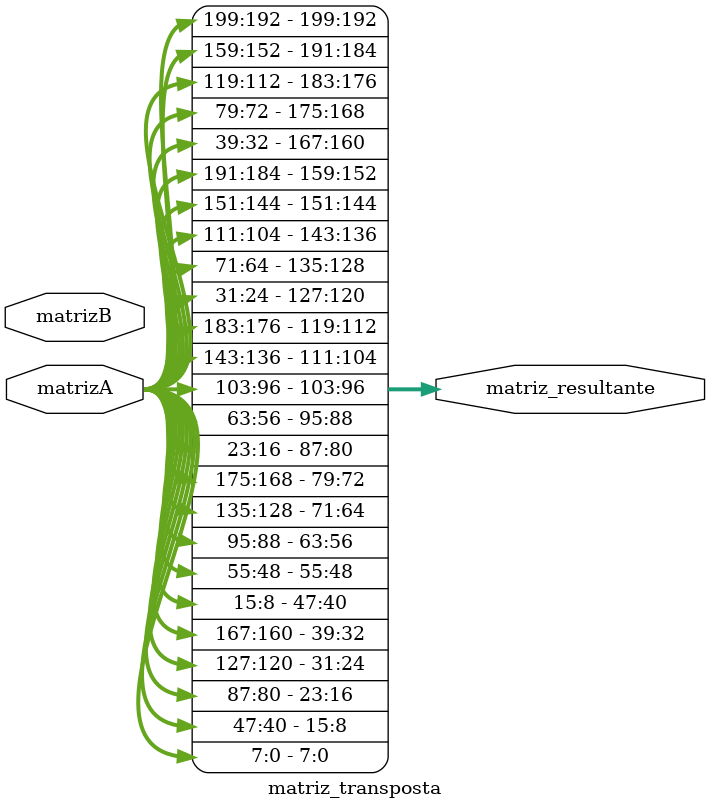
<source format=v>
module matriz_transposta(matrizA, matrizB, matriz_resultante);
        input [199:0] matrizA; // Matriz original
        input [199:0] matrizB; // Não utilizado aqui
        output wire [199:0] matriz_resultante; // Matriz transposta

        genvar i,j;

        generate
                for (j = 0; j < 5; j = j + 1) begin : linha
                        for (i = 0; i < 5; i = i + 1) begin : coluna
                                assign matriz_resultante[(8*i)+(40*j)+:8] = matrizA[(40*i)+(8*j) +:8]; // Transpõe elementos
                        end
                end
        endgenerate

endmodule
</source>
